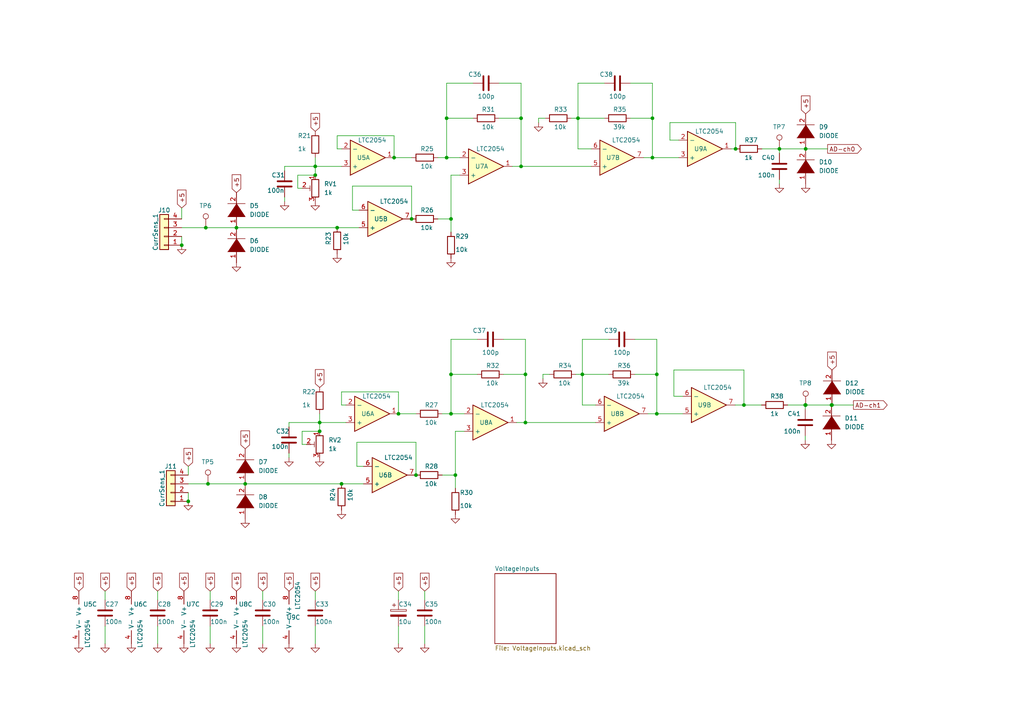
<source format=kicad_sch>
(kicad_sch (version 20211123) (generator eeschema)
  (paper "A4")
  (lib_symbols
    (symbol "Connector:TestPoint" (pin_numbers hide) (pin_names (offset 0.762) hide)
      (property "Reference" "TP" (at 0 6.858 0))
      (property "Value" "TestPoint" (at 0 5.08 0))
      (symbol "TestPoint_0_1"
        (circle (center 0 3.302) (radius 0.762))
      )
      (symbol "TestPoint_1_1"
        (pin passive line (at 0 0 90) (length 2.54) (name "1") (number "1"))
      )
    )
    (symbol "Connector_Generic:Conn_01x04" (pin_names (offset 1.016) hide)
      (property "Reference" "J" (at 0 5.08 0))
      (property "Value" "Conn_01x04" (at 0 -7.62 0))
      (symbol "Conn_01x04_1_1"
        (rectangle (start -1.27 -4.953) (end 0 -5.207) (stroke (width 0.1524)))
        (rectangle (start -1.27 -2.413) (end 0 -2.667) (stroke (width 0.1524)))
        (rectangle (start -1.27 0.127) (end 0 -0.127) (stroke (width 0.1524)))
        (rectangle (start -1.27 2.667) (end 0 2.413) (stroke (width 0.1524)))
        (rectangle (start -1.27 3.81) (end 1.27 -6.35) (stroke (width 0.254)) (fill (type background)))
        (pin passive line (at -5.08 2.54 0) (length 3.81) (name "Pin_1") (number "1"))
        (pin passive line (at -5.08 0 0) (length 3.81) (name "Pin_2") (number "2"))
        (pin passive line (at -5.08 -2.54 0) (length 3.81) (name "Pin_3") (number "3"))
        (pin passive line (at -5.08 -5.08 0) (length 3.81) (name "Pin_4") (number "4"))
      )
    )
    (symbol "Device:C" (pin_numbers hide) (pin_names (offset 0.254))
      (property "Reference" "C" (at 0.635 2.54 0))
      (property "Value" "C" (at 0.635 -2.54 0))
      (symbol "C_0_1"
        (polyline (pts (xy -2.032 -0.762) (xy 2.032 -0.762)) (stroke (width 0.508)))
        (polyline (pts (xy -2.032 0.762) (xy 2.032 0.762)) (stroke (width 0.508)))
      )
      (symbol "C_1_1"
        (pin passive line (at 0 3.81 270) (length 2.794) (name "~") (number "1"))
        (pin passive line (at 0 -3.81 90) (length 2.794) (name "~") (number "2"))
      )
    )
    (symbol "Device:C_Polarized" (pin_numbers hide) (pin_names (offset 0.254))
      (property "Reference" "C" (at 0.635 2.54 0))
      (property "Value" "C_Polarized" (at 0.635 -2.54 0))
      (symbol "C_Polarized_0_1"
        (rectangle (start -2.286 0.508) (end 2.286 1.016))
        (polyline (pts (xy -1.778 2.286) (xy -0.762 2.286)))
        (polyline (pts (xy -1.27 2.794) (xy -1.27 1.778)))
        (rectangle (start 2.286 -0.508) (end -2.286 -1.016) (fill (type outline)))
      )
      (symbol "C_Polarized_1_1"
        (pin passive line (at 0 3.81 270) (length 2.794) (name "~") (number "1"))
        (pin passive line (at 0 -3.81 90) (length 2.794) (name "~") (number "2"))
      )
    )
    (symbol "Device:Opamp_Dual"
      (property "Reference" "U" (at 0 5.08 0))
      (property "Value" "Opamp_Dual" (at 0 -5.08 0))
      (symbol "Opamp_Dual_1_1"
        (polyline (pts (xy -5.08 5.08) (xy 5.08 0) (xy -5.08 -5.08) (xy -5.08 5.08)) (stroke (width 0.254)) (fill (type background)))
        (pin output line (at 7.62 0 180) (length 2.54) (name "~") (number "1"))
        (pin input line (at -7.62 -2.54 0) (length 2.54) (name "-") (number "2"))
        (pin input line (at -7.62 2.54 0) (length 2.54) (name "+") (number "3"))
      )
      (symbol "Opamp_Dual_2_1"
        (polyline (pts (xy -5.08 5.08) (xy 5.08 0) (xy -5.08 -5.08) (xy -5.08 5.08)) (stroke (width 0.254)) (fill (type background)))
        (pin input line (at -7.62 2.54 0) (length 2.54) (name "+") (number "5"))
        (pin input line (at -7.62 -2.54 0) (length 2.54) (name "-") (number "6"))
        (pin output line (at 7.62 0 180) (length 2.54) (name "~") (number "7"))
      )
      (symbol "Opamp_Dual_3_1"
        (pin power_in line (at -2.54 -7.62 90) (length 3.81) (name "V-") (number "4"))
        (pin power_in line (at -2.54 7.62 270) (length 3.81) (name "V+") (number "8"))
      )
    )
    (symbol "Device:R" (pin_numbers hide) (pin_names (offset 0))
      (property "Reference" "R" (at 2.032 0 90))
      (property "Value" "R" (at 0 0 90))
      (symbol "R_0_1"
        (rectangle (start -1.016 -2.54) (end 1.016 2.54) (stroke (width 0.254)))
      )
      (symbol "R_1_1"
        (pin passive line (at 0 3.81 270) (length 1.27) (name "~") (number "1"))
        (pin passive line (at 0 -3.81 90) (length 1.27) (name "~") (number "2"))
      )
    )
    (symbol "Device:R_Potentiometer_Trim" (pin_names (offset 1.016) hide)
      (property "Reference" "RV" (at -4.445 0 90))
      (property "Value" "R_Potentiometer_Trim" (at -2.54 0 90))
      (symbol "R_Potentiometer_Trim_0_1"
        (polyline (pts (xy 1.524 0.762) (xy 1.524 -0.762)))
        (polyline (pts (xy 2.54 0) (xy 1.524 0)))
        (rectangle (start 1.016 2.54) (end -1.016 -2.54) (stroke (width 0.254)))
      )
      (symbol "R_Potentiometer_Trim_1_1"
        (pin passive line (at 0 3.81 270) (length 1.27) (name "1") (number "1"))
        (pin passive line (at 3.81 0 180) (length 1.27) (name "2") (number "2"))
        (pin passive line (at 0 -3.81 90) (length 1.27) (name "3") (number "3"))
      )
    )
    (symbol "power:GND" (power) (pin_names (offset 0))
      (property "Value" "GND" (at 0 -3.81 0))
      (symbol "GND_0_1"
        (polyline (pts (xy 0 0) (xy 0 -1.27) (xy 1.27 -1.27) (xy 0 -2.54) (xy -1.27 -1.27) (xy 0 -1.27)))
      )
      (symbol "GND_1_1"
        (pin power_in line (at 0 0 270) (length 0) hide (name "GND") (number "1"))
      )
    )
    (symbol "pspice:DIODE" (pin_names (offset 1.016) hide)
      (property "Reference" "D" (at 0 3.81 0))
      (property "Value" "DIODE" (at 0 -4.445 0))
      (symbol "DIODE_0_1"
        (polyline (pts (xy 1.905 2.54) (xy 1.905 -2.54)))
        (polyline (pts (xy -1.905 2.54) (xy -1.905 -2.54) (xy 1.905 0)) (fill (type outline)))
      )
      (symbol "DIODE_1_1"
        (pin input line (at -5.08 0 0) (length 3.81) (name "K") (number "1"))
        (pin input line (at 5.08 0 180) (length 3.81) (name "A") (number "2"))
      )
    )
  )
  (junction (at 233.553 117.475))
  (junction (at 54.61 145.415))
  (junction (at 190.5 120.015))
  (junction (at 120.65 137.795))
  (junction (at 92.71 122.555))
  (junction (at 59.69 66.04))
  (junction (at 130.81 108.585))
  (junction (at 119.38 63.5))
  (junction (at 91.44 50.8))
  (junction (at 241.173 117.475))
  (junction (at 52.705 71.12))
  (junction (at 97.79 66.04))
  (junction (at 129.54 45.72))
  (junction (at 241.3 117.475))
  (junction (at 68.58 66.04))
  (junction (at 114.3 45.72))
  (junction (at 167.64 34.29))
  (junction (at 115.57 120.015))
  (junction (at 60.325 140.335))
  (junction (at 130.81 120.015))
  (junction (at 213.36 43.18))
  (junction (at 190.5 108.585))
  (junction (at 168.91 108.585))
  (junction (at 99.06 140.335))
  (junction (at 226.06 43.18))
  (junction (at 92.71 125.095))
  (junction (at 71.12 140.335))
  (junction (at 91.44 48.26))
  (junction (at 215.773 117.475))
  (junction (at 233.68 117.475))
  (junction (at 129.54 34.29))
  (junction (at 189.23 34.29))
  (junction (at 151.13 48.26))
  (junction (at 152.4 108.585))
  (junction (at 132.08 137.795))
  (junction (at 233.68 43.18))
  (junction (at 189.23 45.72))
  (junction (at 151.13 34.29))
  (junction (at 152.4 122.555))
  (junction (at 130.81 63.5))
  (wire (pts (xy 87.63 54.61) (xy 86.36 54.61)))
  (wire (pts (xy 128.27 120.015) (xy 130.81 120.015)))
  (wire (pts (xy 99.06 117.475) (xy 99.06 113.665)))
  (wire (pts (xy 233.553 117.475) (xy 233.553 118.745)))
  (wire (pts (xy 132.08 125.095) (xy 132.08 137.795)))
  (wire (pts (xy 119.38 53.975) (xy 119.38 63.5)))
  (wire (pts (xy 176.53 108.585) (xy 168.91 108.585)))
  (wire (pts (xy 233.68 117.475) (xy 241.173 117.475)))
  (wire (pts (xy 87.63 125.095) (xy 92.71 125.095)))
  (wire (pts (xy 194.31 35.56) (xy 213.36 35.56)))
  (wire (pts (xy 168.91 117.475) (xy 172.72 117.475)))
  (wire (pts (xy 190.5 98.425) (xy 190.5 108.585)))
  (wire (pts (xy 99.06 140.335) (xy 105.41 140.335)))
  (wire (pts (xy 114.3 45.72) (xy 119.38 45.72)))
  (wire (pts (xy 241.173 117.475) (xy 241.3 117.475)))
  (wire (pts (xy 138.43 108.585) (xy 130.81 108.585)))
  (wire (pts (xy 91.44 45.72) (xy 91.44 48.26)))
  (wire (pts (xy 59.69 66.04) (xy 68.58 66.04)))
  (wire (pts (xy 82.55 49.53) (xy 82.55 48.26)))
  (wire (pts (xy 175.26 34.29) (xy 167.64 34.29)))
  (wire (pts (xy 156.21 34.29) (xy 156.21 35.56)))
  (wire (pts (xy 148.59 48.26) (xy 151.13 48.26)))
  (wire (pts (xy 189.23 45.72) (xy 196.85 45.72)))
  (wire (pts (xy 197.993 114.935) (xy 195.453 114.935)))
  (wire (pts (xy 97.79 39.37) (xy 114.3 39.37)))
  (wire (pts (xy 152.4 122.555) (xy 172.72 122.555)))
  (wire (pts (xy 132.08 137.795) (xy 132.08 141.605)))
  (wire (pts (xy 151.13 34.29) (xy 151.13 48.26)))
  (wire (pts (xy 102.235 60.96) (xy 102.235 53.975)))
  (wire (pts (xy 190.5 108.585) (xy 190.5 120.015)))
  (wire (pts (xy 97.79 43.18) (xy 97.79 39.37)))
  (wire (pts (xy 195.453 114.935) (xy 195.453 107.315)))
  (wire (pts (xy 151.13 24.13) (xy 151.13 34.29)))
  (wire (pts (xy 100.33 122.555) (xy 92.71 122.555)))
  (wire (pts (xy 114.3 39.37) (xy 114.3 45.72)))
  (wire (pts (xy 213.36 43.18) (xy 212.09 43.18)))
  (wire (pts (xy 167.64 34.29) (xy 167.64 43.18)))
  (wire (pts (xy 83.82 123.825) (xy 83.82 122.555)))
  (wire (pts (xy 158.115 34.29) (xy 156.21 34.29)))
  (wire (pts (xy 133.35 50.8) (xy 130.81 50.8)))
  (wire (pts (xy 189.23 24.13) (xy 189.23 34.29)))
  (wire (pts (xy 83.82 131.445) (xy 83.82 132.715)))
  (wire (pts (xy 54.61 140.335) (xy 60.325 140.335)))
  (wire (pts (xy 130.81 63.5) (xy 130.81 67.31)))
  (wire (pts (xy 233.553 117.475) (xy 233.68 117.475)))
  (wire (pts (xy 68.58 66.04) (xy 97.79 66.04)))
  (wire (pts (xy 120.65 128.27) (xy 120.65 137.795)))
  (wire (pts (xy 184.15 108.585) (xy 190.5 108.585)))
  (wire (pts (xy 45.72 181.61) (xy 45.72 186.69)))
  (wire (pts (xy 130.81 108.585) (xy 130.81 120.015)))
  (wire (pts (xy 215.773 117.475) (xy 220.853 117.475)))
  (wire (pts (xy 103.505 135.255) (xy 103.505 128.27)))
  (wire (pts (xy 151.13 48.26) (xy 171.45 48.26)))
  (wire (pts (xy 241.3 117.475) (xy 247.523 117.475)))
  (wire (pts (xy 91.44 171.45) (xy 91.44 173.99)))
  (wire (pts (xy 130.81 50.8) (xy 130.81 63.5)))
  (wire (pts (xy 99.06 113.665) (xy 115.57 113.665)))
  (wire (pts (xy 167.005 108.585) (xy 168.91 108.585)))
  (wire (pts (xy 128.27 137.795) (xy 132.08 137.795)))
  (wire (pts (xy 83.82 122.555) (xy 92.71 122.555)))
  (wire (pts (xy 71.12 140.335) (xy 99.06 140.335)))
  (wire (pts (xy 99.06 43.18) (xy 97.79 43.18)))
  (wire (pts (xy 165.735 34.29) (xy 167.64 34.29)))
  (wire (pts (xy 129.54 24.13) (xy 129.54 34.29)))
  (wire (pts (xy 144.78 24.13) (xy 151.13 24.13)))
  (wire (pts (xy 115.57 181.61) (xy 115.57 186.69)))
  (wire (pts (xy 190.5 120.015) (xy 197.993 120.015)))
  (wire (pts (xy 91.44 181.61) (xy 91.44 186.69)))
  (wire (pts (xy 182.88 24.13) (xy 189.23 24.13)))
  (wire (pts (xy 87.63 128.905) (xy 87.63 125.095)))
  (wire (pts (xy 189.23 45.72) (xy 186.69 45.72)))
  (wire (pts (xy 130.81 120.015) (xy 134.62 120.015)))
  (wire (pts (xy 213.36 35.56) (xy 213.36 43.18)))
  (wire (pts (xy 76.2 181.61) (xy 76.2 186.69)))
  (wire (pts (xy 175.26 24.13) (xy 167.64 24.13)))
  (wire (pts (xy 82.55 57.15) (xy 82.55 58.42)))
  (wire (pts (xy 127 45.72) (xy 129.54 45.72)))
  (wire (pts (xy 92.71 120.015) (xy 92.71 122.555)))
  (wire (pts (xy 215.773 107.315) (xy 215.773 117.475)))
  (wire (pts (xy 123.19 181.61) (xy 123.19 186.69)))
  (wire (pts (xy 105.41 135.255) (xy 103.505 135.255)))
  (wire (pts (xy 233.553 126.365) (xy 233.553 127.635)))
  (wire (pts (xy 152.4 108.585) (xy 152.4 122.555)))
  (wire (pts (xy 182.88 34.29) (xy 189.23 34.29)))
  (wire (pts (xy 52.705 68.58) (xy 52.705 71.12)))
  (wire (pts (xy 30.48 171.45) (xy 30.48 173.99)))
  (wire (pts (xy 123.19 171.45) (xy 123.19 173.99)))
  (wire (pts (xy 129.54 45.72) (xy 133.35 45.72)))
  (wire (pts (xy 60.96 171.45) (xy 60.96 173.99)))
  (wire (pts (xy 115.57 113.665) (xy 115.57 120.015)))
  (wire (pts (xy 127 63.5) (xy 130.81 63.5)))
  (wire (pts (xy 115.57 171.45) (xy 115.57 173.99)))
  (wire (pts (xy 176.53 98.425) (xy 168.91 98.425)))
  (wire (pts (xy 196.85 40.64) (xy 194.31 40.64)))
  (wire (pts (xy 228.473 117.475) (xy 233.553 117.475)))
  (wire (pts (xy 60.325 140.335) (xy 71.12 140.335)))
  (wire (pts (xy 215.773 117.475) (xy 213.233 117.475)))
  (wire (pts (xy 168.91 98.425) (xy 168.91 108.585)))
  (wire (pts (xy 226.06 43.18) (xy 233.68 43.18)))
  (wire (pts (xy 137.16 24.13) (xy 129.54 24.13)))
  (wire (pts (xy 100.33 117.475) (xy 99.06 117.475)))
  (wire (pts (xy 146.05 108.585) (xy 152.4 108.585)))
  (wire (pts (xy 146.05 98.425) (xy 152.4 98.425)))
  (wire (pts (xy 226.06 52.07) (xy 226.06 53.34)))
  (wire (pts (xy 99.06 48.26) (xy 91.44 48.26)))
  (wire (pts (xy 167.64 24.13) (xy 167.64 34.29)))
  (wire (pts (xy 60.96 181.61) (xy 60.96 186.69)))
  (wire (pts (xy 167.64 43.18) (xy 171.45 43.18)))
  (wire (pts (xy 157.48 108.585) (xy 157.48 109.855)))
  (wire (pts (xy 138.43 98.425) (xy 130.81 98.425)))
  (wire (pts (xy 233.68 43.18) (xy 240.03 43.18)))
  (wire (pts (xy 102.235 53.975) (xy 119.38 53.975)))
  (wire (pts (xy 187.96 120.015) (xy 190.5 120.015)))
  (wire (pts (xy 129.54 34.29) (xy 129.54 45.72)))
  (wire (pts (xy 137.16 34.29) (xy 129.54 34.29)))
  (wire (pts (xy 52.705 66.04) (xy 59.69 66.04)))
  (wire (pts (xy 54.61 142.875) (xy 54.61 145.415)))
  (wire (pts (xy 97.79 66.04) (xy 104.14 66.04)))
  (wire (pts (xy 220.98 43.18) (xy 226.06 43.18)))
  (wire (pts (xy 88.9 128.905) (xy 87.63 128.905)))
  (wire (pts (xy 149.86 122.555) (xy 152.4 122.555)))
  (wire (pts (xy 76.2 171.45) (xy 76.2 173.99)))
  (wire (pts (xy 195.453 107.315) (xy 215.773 107.315)))
  (wire (pts (xy 144.78 34.29) (xy 151.13 34.29)))
  (wire (pts (xy 184.15 98.425) (xy 190.5 98.425)))
  (wire (pts (xy 54.61 135.255) (xy 54.61 137.795)))
  (wire (pts (xy 92.71 122.555) (xy 92.71 125.095)))
  (wire (pts (xy 104.14 60.96) (xy 102.235 60.96)))
  (wire (pts (xy 130.81 98.425) (xy 130.81 108.585)))
  (wire (pts (xy 134.62 125.095) (xy 132.08 125.095)))
  (wire (pts (xy 30.48 181.61) (xy 30.48 186.69)))
  (wire (pts (xy 45.72 171.45) (xy 45.72 173.99)))
  (wire (pts (xy 189.23 34.29) (xy 189.23 45.72)))
  (wire (pts (xy 226.06 43.18) (xy 226.06 44.45)))
  (wire (pts (xy 91.44 48.26) (xy 91.44 50.8)))
  (wire (pts (xy 86.36 50.8) (xy 91.44 50.8)))
  (wire (pts (xy 152.4 98.425) (xy 152.4 108.585)))
  (wire (pts (xy 168.91 108.585) (xy 168.91 117.475)))
  (wire (pts (xy 52.705 60.325) (xy 52.705 63.5)))
  (wire (pts (xy 194.31 40.64) (xy 194.31 35.56)))
  (wire (pts (xy 82.55 48.26) (xy 91.44 48.26)))
  (wire (pts (xy 115.57 120.015) (xy 120.65 120.015)))
  (wire (pts (xy 159.385 108.585) (xy 157.48 108.585)))
  (wire (pts (xy 86.36 54.61) (xy 86.36 50.8)))
  (wire (pts (xy 103.505 128.27) (xy 120.65 128.27)))
  (global_label "+5" (shape input) (at 115.57 171.45 90) (property "Intersheet References" "${INTERSHEET_REFS}" (effects hide)))
  (global_label "+5" (shape input) (at 91.44 171.45 90) (property "Intersheet References" "${INTERSHEET_REFS}" (effects hide)))
  (global_label "+5" (shape input) (at 123.19 171.45 90) (property "Intersheet References" "${INTERSHEET_REFS}" (effects hide)))
  (global_label "+5" (shape input) (at 68.58 55.88 90) (property "Intersheet References" "${INTERSHEET_REFS}" (effects hide)))
  (global_label "+5" (shape input) (at 71.12 130.175 90) (property "Intersheet References" "${INTERSHEET_REFS}" (effects hide)))
  (global_label "AD-ch1" (shape output) (at 247.523 117.475 0) (property "Intersheet References" "${INTERSHEET_REFS}" (effects hide)))
  (global_label "+5" (shape input) (at 76.2 171.45 90) (property "Intersheet References" "${INTERSHEET_REFS}" (effects hide)))
  (global_label "+5" (shape input) (at 38.1 171.45 90) (property "Intersheet References" "${INTERSHEET_REFS}" (effects hide)))
  (global_label "+5" (shape input) (at 68.58 171.45 90) (property "Intersheet References" "${INTERSHEET_REFS}" (effects hide)))
  (global_label "+5" (shape input) (at 22.86 171.45 90) (property "Intersheet References" "${INTERSHEET_REFS}" (effects hide)))
  (global_label "+5" (shape input) (at 60.96 171.45 90) (property "Intersheet References" "${INTERSHEET_REFS}" (effects hide)))
  (global_label "+5" (shape input) (at 91.44 38.1 90) (property "Intersheet References" "${INTERSHEET_REFS}" (effects hide)))
  (global_label "+5" (shape input) (at 52.705 60.325 90) (property "Intersheet References" "${INTERSHEET_REFS}" (effects hide)))
  (global_label "+5" (shape input) (at 241.3 107.315 90) (property "Intersheet References" "${INTERSHEET_REFS}" (effects hide)))
  (global_label "+5" (shape input) (at 83.82 171.45 90) (property "Intersheet References" "${INTERSHEET_REFS}" (effects hide)))
  (global_label "+5" (shape input) (at 233.68 33.02 90) (property "Intersheet References" "${INTERSHEET_REFS}" (effects hide)))
  (global_label "+5" (shape input) (at 54.61 135.255 90) (property "Intersheet References" "${INTERSHEET_REFS}" (effects hide)))
  (global_label "+5" (shape input) (at 92.71 112.395 90) (property "Intersheet References" "${INTERSHEET_REFS}" (effects hide)))
  (global_label "+5" (shape input) (at 45.72 171.45 90) (property "Intersheet References" "${INTERSHEET_REFS}" (effects hide)))
  (global_label "AD-ch0" (shape output) (at 240.03 43.18 0) (property "Intersheet References" "${INTERSHEET_REFS}" (effects hide)))
  (global_label "+5" (shape input) (at 53.34 171.45 90) (property "Intersheet References" "${INTERSHEET_REFS}" (effects hide)))
  (global_label "+5" (shape input) (at 30.48 171.45 90) (property "Intersheet References" "${INTERSHEET_REFS}" (effects hide)))
  (symbol (lib_id "Connector_Generic:Conn_01x04") (at 47.625 68.58 180) (unit 1)
    (property "Reference" "J10" (at 47.625 60.96 0))
    (property "Value" "CurrSens_1" (at 45.085 67.31 90))
    (property "Footprint" "Connector_PinHeader_2.54mm:PinHeader_1x04_P2.54mm_Vertical" (effects hide))
  )
  (symbol (lib_id "Device:R") (at 161.925 34.29 270) (unit 1)
    (property "Reference" "R33" (at 160.655 31.75 90) (effects (justify left)))
    (property "Value" "10k" (at 160.655 36.83 90) (effects (justify left)))
    (property "Footprint" "Resistor_SMD:R_0402_1005Metric" (effects hide))
  )
  (symbol (lib_id "power:GND") (at 52.705 71.12 0) (unit 1)
    (property "Reference" "#PWR099" (effects hide))
    (property "Value" "GND" (effects hide))
  )
  (symbol (lib_id "Device:R") (at 97.79 69.85 0) (unit 1)
    (property "Reference" "R23" (at 95.25 71.12 90) (effects (justify left)))
    (property "Value" "10k" (at 100.33 71.12 90) (effects (justify left)))
    (property "Footprint" "Resistor_SMD:R_0402_1005Metric" (effects hide))
  )
  (symbol (lib_id "power:GND") (at 241.173 127.635 0) (unit 1)
    (property "Reference" "#PWR0124" (effects hide))
    (property "Value" "GND" (effects hide))
  )
  (symbol (lib_id "Device:C") (at 179.07 24.13 90) (unit 1)
    (property "Reference" "C38" (at 177.8 21.59 90) (effects (justify left)))
    (property "Value" "100p" (at 181.61 27.94 90) (effects (justify left)))
    (property "Footprint" "Capacitor_SMD:C_0402_1005Metric" (effects hide))
  )
  (symbol (lib_id "Device:Opamp_Dual") (at 55.88 179.07 0) (unit 3)
    (property "Reference" "U7" (at 53.975 175.26 0) (effects (justify left)))
    (property "Value" "LTC2054" (at 55.88 187.96 90) (effects (justify left)))
    (property "Footprint" "Package_SO:MSOP-8_3x3mm_P0.65mm" (effects hide))
  )
  (symbol (lib_id "pspice:DIODE") (at 233.68 48.26 90) (unit 1)
    (property "Reference" "D10" (at 237.49 46.9899 90) (effects (justify right)))
    (property "Value" "DIODE" (at 237.49 49.5299 90) (effects (justify right)))
    (property "Footprint" "Diode_SMD:D_0402_1005Metric" (effects hide))
  )
  (symbol (lib_id "power:GND") (at 123.19 186.69 0) (unit 1)
    (property "Reference" "#PWR0116" (effects hide))
    (property "Value" "GND" (effects hide))
  )
  (symbol (lib_id "Device:R") (at 124.46 137.795 270) (unit 1)
    (property "Reference" "R28" (at 123.19 135.255 90) (effects (justify left)))
    (property "Value" "10k" (at 123.19 140.335 90) (effects (justify left)))
    (property "Footprint" "Resistor_SMD:R_0402_1005Metric" (effects hide))
  )
  (symbol (lib_id "power:GND") (at 83.82 132.715 0) (unit 1)
    (property "Reference" "#PWR0108" (effects hide))
    (property "Value" "GND" (effects hide))
  )
  (symbol (lib_id "Device:C") (at 60.96 177.8 0) (unit 1)
    (property "Reference" "C29" (at 60.96 175.26 0) (effects (justify left)))
    (property "Value" "100n" (at 60.96 180.34 0) (effects (justify left)))
    (property "Footprint" "Capacitor_SMD:C_0402_1005Metric" (effects hide))
  )
  (symbol (lib_id "power:GND") (at 38.1 186.69 0) (unit 1)
    (property "Reference" "#PWR097" (effects hide))
    (property "Value" "GND" (effects hide))
  )
  (symbol (lib_id "Device:C") (at 233.553 122.555 180) (unit 1)
    (property "Reference" "C41" (at 232.283 120.015 0) (effects (justify left)))
    (property "Value" "100n" (at 232.283 125.095 0) (effects (justify left)))
    (property "Footprint" "Capacitor_SMD:C_0402_1005Metric" (effects hide))
  )
  (symbol (lib_id "Device:Opamp_Dual") (at 86.36 179.07 0) (unit 3)
    (property "Reference" "U9" (at 85.09 179.07 0))
    (property "Value" "LTC2054" (at 86.36 172.72 90))
    (property "Footprint" "Package_SO:MSOP-8_3x3mm_P0.65mm" (effects hide))
  )
  (symbol (lib_id "Device:Opamp_Dual") (at 142.24 122.555 0) (mirror x) (unit 1)
    (property "Reference" "U8" (at 140.97 122.555 0))
    (property "Value" "LTC2054" (at 143.51 117.475 0))
    (property "Footprint" "Package_SO:MSOP-8_3x3mm_P0.65mm" (effects hide))
  )
  (symbol (lib_id "power:GND") (at 156.21 35.56 0) (unit 1)
    (property "Reference" "#PWR0119" (effects hide))
    (property "Value" "GND" (effects hide))
  )
  (symbol (lib_id "power:GND") (at 68.58 76.2 0) (unit 1)
    (property "Reference" "#PWR0103" (effects hide))
    (property "Value" "GND" (effects hide))
  )
  (symbol (lib_id "Device:R") (at 99.06 144.145 0) (unit 1)
    (property "Reference" "R24" (at 96.52 145.415 90) (effects (justify left)))
    (property "Value" "10k" (at 101.6 145.415 90) (effects (justify left)))
    (property "Footprint" "Resistor_SMD:R_0402_1005Metric" (effects hide))
  )
  (symbol (lib_id "Device:Opamp_Dual") (at 179.07 45.72 0) (mirror x) (unit 2)
    (property "Reference" "U7" (at 177.8 45.72 0))
    (property "Value" "LTC2054" (at 181.61 40.64 0))
    (property "Footprint" "Package_SO:MSOP-8_3x3mm_P0.65mm" (effects hide))
  )
  (symbol (lib_id "power:GND") (at 130.81 74.93 0) (unit 1)
    (property "Reference" "#PWR0117" (effects hide))
    (property "Value" "GND" (effects hide))
  )
  (symbol (lib_id "Device:C") (at 82.55 53.34 0) (unit 1)
    (property "Reference" "C31" (at 78.74 50.8 0) (effects (justify left)))
    (property "Value" "100n" (at 77.47 55.245 0) (effects (justify left)))
    (property "Footprint" "Capacitor_SMD:C_0402_1005Metric" (effects hide))
  )
  (symbol (lib_id "Device:C") (at 83.82 127.635 0) (unit 1)
    (property "Reference" "C32" (at 80.01 125.095 0) (effects (justify left)))
    (property "Value" "100n" (at 78.74 129.54 0) (effects (justify left)))
    (property "Footprint" "Capacitor_SMD:C_0402_1005Metric" (effects hide))
  )
  (symbol (lib_id "power:GND") (at 233.553 127.635 0) (unit 1)
    (property "Reference" "#PWR0122" (effects hide))
    (property "Value" "GND" (effects hide))
  )
  (symbol (lib_id "pspice:DIODE") (at 68.58 60.96 90) (unit 1)
    (property "Reference" "D5" (at 72.39 59.6899 90) (effects (justify right)))
    (property "Value" "DIODE" (at 72.39 62.2299 90) (effects (justify right)))
    (property "Footprint" "Diode_SMD:D_0402_1005Metric" (effects hide))
  )
  (symbol (lib_id "power:GND") (at 97.79 73.66 0) (unit 1)
    (property "Reference" "#PWR0113" (effects hide))
    (property "Value" "GND" (effects hide))
  )
  (symbol (lib_id "Device:R") (at 180.34 108.585 270) (unit 1)
    (property "Reference" "R36" (at 179.07 106.045 90) (effects (justify left)))
    (property "Value" "39k" (at 179.07 111.125 90) (effects (justify left)))
    (property "Footprint" "Resistor_SMD:R_0402_1005Metric" (effects hide))
  )
  (symbol (lib_id "Device:R") (at 124.46 120.015 270) (unit 1)
    (property "Reference" "R27" (at 123.19 117.475 90) (effects (justify left)))
    (property "Value" "10k" (at 123.19 122.555 90) (effects (justify left)))
    (property "Footprint" "Resistor_SMD:R_0402_1005Metric" (effects hide))
  )
  (symbol (lib_id "Device:C") (at 45.72 177.8 0) (unit 1)
    (property "Reference" "C28" (at 45.72 175.26 0) (effects (justify left)))
    (property "Value" "100n" (at 45.72 180.34 0) (effects (justify left)))
    (property "Footprint" "Capacitor_SMD:C_0402_1005Metric" (effects hide))
  )
  (symbol (lib_id "Device:R") (at 132.08 145.415 0) (unit 1)
    (property "Reference" "R30" (at 133.35 142.875 0) (effects (justify left)))
    (property "Value" "10k" (at 133.35 146.685 0) (effects (justify left)))
    (property "Footprint" "Resistor_SMD:R_0402_1005Metric" (effects hide))
  )
  (symbol (lib_id "power:GND") (at 30.48 186.69 0) (unit 1)
    (property "Reference" "#PWR096" (effects hide))
    (property "Value" "GND" (effects hide))
  )
  (symbol (lib_id "Device:R") (at 217.17 43.18 270) (unit 1)
    (property "Reference" "R37" (at 215.9 40.64 90) (effects (justify left)))
    (property "Value" "1k" (at 215.9 45.72 90) (effects (justify left)))
    (property "Footprint" "Resistor_SMD:R_0402_1005Metric" (effects hide))
  )
  (symbol (lib_id "Device:C") (at 30.48 177.8 0) (unit 1)
    (property "Reference" "C27" (at 30.48 175.26 0) (effects (justify left)))
    (property "Value" "100n" (at 30.48 180.34 0) (effects (justify left)))
    (property "Footprint" "Capacitor_SMD:C_0402_1005Metric" (effects hide))
  )
  (symbol (lib_id "pspice:DIODE") (at 71.12 145.415 90) (unit 1)
    (property "Reference" "D8" (at 74.93 144.1449 90) (effects (justify right)))
    (property "Value" "DIODE" (at 74.93 146.6849 90) (effects (justify right)))
    (property "Footprint" "Diode_SMD:D_0402_1005Metric" (effects hide))
  )
  (symbol (lib_id "power:GND") (at 157.48 109.855 0) (unit 1)
    (property "Reference" "#PWR0120" (effects hide))
    (property "Value" "GND" (effects hide))
  )
  (symbol (lib_id "power:GND") (at 83.82 186.69 0) (unit 1)
    (property "Reference" "#PWR0109" (effects hide))
    (property "Value" "GND" (effects hide))
  )
  (symbol (lib_id "power:GND") (at 71.12 150.495 0) (unit 1)
    (property "Reference" "#PWR0105" (effects hide))
    (property "Value" "GND" (effects hide))
  )
  (symbol (lib_id "power:GND") (at 233.68 53.34 0) (unit 1)
    (property "Reference" "#PWR0123" (effects hide))
    (property "Value" "GND" (effects hide))
  )
  (symbol (lib_id "Device:Opamp_Dual") (at 107.95 120.015 0) (mirror x) (unit 1)
    (property "Reference" "U6" (at 106.68 120.015 0))
    (property "Value" "LTC2054" (at 109.22 114.935 0))
    (property "Footprint" "Package_SO:MSOP-8_3x3mm_P0.65mm" (effects hide))
  )
  (symbol (lib_id "Device:C") (at 123.19 177.8 0) (unit 1)
    (property "Reference" "C35" (at 123.19 175.26 0) (effects (justify left)))
    (property "Value" "100n" (at 123.19 180.34 0) (effects (justify left)))
    (property "Footprint" "Capacitor_SMD:C_0402_1005Metric" (effects hide))
  )
  (symbol (lib_id "Device:Opamp_Dual") (at 204.47 43.18 0) (mirror x) (unit 1)
    (property "Reference" "U9" (at 203.2 43.18 0))
    (property "Value" "LTC2054" (at 205.74 38.1 0))
    (property "Footprint" "Package_SO:MSOP-8_3x3mm_P0.65mm" (effects hide))
  )
  (symbol (lib_id "pspice:DIODE") (at 68.58 71.12 90) (unit 1)
    (property "Reference" "D6" (at 72.39 69.8499 90) (effects (justify right)))
    (property "Value" "DIODE" (at 72.39 72.3899 90) (effects (justify right)))
    (property "Footprint" "Diode_SMD:D_0402_1005Metric" (effects hide))
  )
  (symbol (lib_id "Device:Opamp_Dual") (at 25.4 179.07 0) (unit 3)
    (property "Reference" "U5" (at 24.13 175.26 0) (effects (justify left)))
    (property "Value" "LTC2054" (at 25.4 187.96 90) (effects (justify left)))
    (property "Footprint" "Package_SO:MSOP-8_3x3mm_P0.65mm" (effects hide))
  )
  (symbol (lib_id "power:GND") (at 82.55 58.42 0) (unit 1)
    (property "Reference" "#PWR0107" (effects hide))
    (property "Value" "GND" (effects hide))
  )
  (symbol (lib_id "pspice:DIODE") (at 241.3 112.395 90) (unit 1)
    (property "Reference" "D12" (at 245.11 111.1249 90) (effects (justify right)))
    (property "Value" "DIODE" (at 245.11 113.6649 90) (effects (justify right)))
    (property "Footprint" "Diode_SMD:D_0402_1005Metric" (effects hide))
  )
  (symbol (lib_id "Device:C") (at 142.24 98.425 90) (unit 1)
    (property "Reference" "C37" (at 140.97 95.885 90) (effects (justify left)))
    (property "Value" "100p" (at 144.78 102.235 90) (effects (justify left)))
    (property "Footprint" "Capacitor_SMD:C_0402_1005Metric" (effects hide))
  )
  (symbol (lib_id "Device:R_Potentiometer_Trim") (at 91.44 54.61 0) (mirror y) (unit 1)
    (property "Reference" "RV1" (at 93.98 53.3399 0) (effects (justify right)))
    (property "Value" "1k" (at 93.98 55.8799 0) (effects (justify right)))
    (property "Footprint" "Potentiometer_SMD:Potentiometer_Bourns_3314J_Vertical" (effects hide))
  )
  (symbol (lib_id "Connector:TestPoint") (at 59.69 66.04 0) (unit 1)
    (property "Reference" "TP6" (at 57.785 59.69 0) (effects (justify left)))
    (property "Value" "TestPoint" (effects hide))
    (property "Footprint" "TestPoint:TestPoint_Pad_D1.0mm" (effects hide))
  )
  (symbol (lib_id "Device:C") (at 91.44 177.8 0) (unit 1)
    (property "Reference" "C33" (at 91.44 175.26 0) (effects (justify left)))
    (property "Value" "100n" (at 91.44 180.34 0) (effects (justify left)))
    (property "Footprint" "Capacitor_SMD:C_0402_1005Metric" (effects hide))
  )
  (symbol (lib_id "Device:R") (at 163.195 108.585 270) (unit 1)
    (property "Reference" "R34" (at 161.925 106.045 90) (effects (justify left)))
    (property "Value" "10k" (at 161.925 111.125 90) (effects (justify left)))
    (property "Footprint" "Resistor_SMD:R_0402_1005Metric" (effects hide))
  )
  (symbol (lib_id "Device:R") (at 224.663 117.475 270) (unit 1)
    (property "Reference" "R38" (at 223.393 114.935 90) (effects (justify left)))
    (property "Value" "1k" (at 223.393 120.015 90) (effects (justify left)))
    (property "Footprint" "Resistor_SMD:R_0402_1005Metric" (effects hide))
  )
  (symbol (lib_id "Connector:TestPoint") (at 60.325 140.335 0) (unit 1)
    (property "Reference" "TP5" (at 58.42 133.985 0) (effects (justify left)))
    (property "Value" "TestPoint" (effects hide))
    (property "Footprint" "TestPoint:TestPoint_Pad_D1.0mm" (effects hide))
  )
  (symbol (lib_id "power:GND") (at 68.58 186.69 0) (unit 1)
    (property "Reference" "#PWR0104" (effects hide))
    (property "Value" "GND" (effects hide))
  )
  (symbol (lib_id "Device:C") (at 140.97 24.13 90) (unit 1)
    (property "Reference" "C36" (at 139.7 21.59 90) (effects (justify left)))
    (property "Value" "100p" (at 143.51 27.94 90) (effects (justify left)))
    (property "Footprint" "Capacitor_SMD:C_0402_1005Metric" (effects hide))
  )
  (symbol (lib_id "power:GND") (at 91.44 186.69 0) (unit 1)
    (property "Reference" "#PWR0112" (effects hide))
    (property "Value" "GND" (effects hide))
  )
  (symbol (lib_id "Device:R") (at 142.24 108.585 270) (unit 1)
    (property "Reference" "R32" (at 140.97 106.045 90) (effects (justify left)))
    (property "Value" "10k" (at 140.97 111.125 90) (effects (justify left)))
    (property "Footprint" "Resistor_SMD:R_0402_1005Metric" (effects hide))
  )
  (symbol (lib_id "Device:Opamp_Dual") (at 180.34 120.015 0) (mirror x) (unit 2)
    (property "Reference" "U8" (at 179.07 120.015 0))
    (property "Value" "LTC2054" (at 182.88 114.935 0))
    (property "Footprint" "Package_SO:MSOP-8_3x3mm_P0.65mm" (effects hide))
  )
  (symbol (lib_id "power:GND") (at 22.86 186.69 0) (unit 1)
    (property "Reference" "#PWR095" (effects hide))
    (property "Value" "GND" (effects hide))
  )
  (symbol (lib_id "Device:C") (at 180.34 98.425 90) (unit 1)
    (property "Reference" "C39" (at 179.07 95.885 90) (effects (justify left)))
    (property "Value" "100p" (at 182.88 102.235 90) (effects (justify left)))
    (property "Footprint" "Capacitor_SMD:C_0402_1005Metric" (effects hide))
  )
  (symbol (lib_id "Device:R") (at 123.19 63.5 270) (unit 1)
    (property "Reference" "R26" (at 121.92 60.96 90) (effects (justify left)))
    (property "Value" "10k" (at 121.92 66.04 90) (effects (justify left)))
    (property "Footprint" "Resistor_SMD:R_0402_1005Metric" (effects hide))
  )
  (symbol (lib_id "power:GND") (at 92.71 132.715 0) (unit 1)
    (property "Reference" "#PWR0111" (effects hide))
    (property "Value" "GND" (effects hide))
  )
  (symbol (lib_id "Device:Opamp_Dual") (at 140.97 48.26 0) (mirror x) (unit 1)
    (property "Reference" "U7" (at 139.7 48.26 0))
    (property "Value" "LTC2054" (at 142.24 43.18 0))
    (property "Footprint" "Package_SO:MSOP-8_3x3mm_P0.65mm" (effects hide))
  )
  (symbol (lib_id "power:GND") (at 91.44 58.42 0) (unit 1)
    (property "Reference" "#PWR0110" (effects hide))
    (property "Value" "GND" (effects hide))
  )
  (symbol (lib_id "power:GND") (at 54.61 145.415 0) (unit 1)
    (property "Reference" "#PWR0100" (effects hide))
    (property "Value" "GND" (effects hide))
  )
  (symbol (lib_id "Device:R") (at 92.71 116.205 0) (unit 1)
    (property "Reference" "R22" (at 87.63 113.665 0) (effects (justify left)))
    (property "Value" "1k" (at 87.63 117.475 0) (effects (justify left)))
    (property "Footprint" "Resistor_SMD:R_0402_1005Metric" (effects hide))
  )
  (symbol (lib_id "power:GND") (at 45.72 186.69 0) (unit 1)
    (property "Reference" "#PWR098" (effects hide))
    (property "Value" "GND" (effects hide))
  )
  (symbol (lib_id "Connector:TestPoint") (at 226.06 43.18 0) (unit 1)
    (property "Reference" "TP7" (at 224.155 36.83 0) (effects (justify left)))
    (property "Value" "TestPoint" (effects hide))
    (property "Footprint" "TestPoint:TestPoint_Pad_D1.0mm" (effects hide))
  )
  (symbol (lib_id "Device:R") (at 130.81 71.12 0) (unit 1)
    (property "Reference" "R29" (at 132.08 68.58 0) (effects (justify left)))
    (property "Value" "10k" (at 132.08 72.39 0) (effects (justify left)))
    (property "Footprint" "Resistor_SMD:R_0402_1005Metric" (effects hide))
  )
  (symbol (lib_id "Device:C") (at 76.2 177.8 0) (unit 1)
    (property "Reference" "C30" (at 76.2 175.26 0) (effects (justify left)))
    (property "Value" "100n" (at 76.2 180.34 0) (effects (justify left)))
    (property "Footprint" "Capacitor_SMD:C_0402_1005Metric" (effects hide))
  )
  (symbol (lib_id "power:GND") (at 132.08 149.225 0) (unit 1)
    (property "Reference" "#PWR0118" (effects hide))
    (property "Value" "GND" (effects hide))
  )
  (symbol (lib_id "Device:Opamp_Dual") (at 205.613 117.475 0) (mirror x) (unit 2)
    (property "Reference" "U9" (at 204.343 117.475 0))
    (property "Value" "LTC2054" (at 208.153 112.395 0))
    (property "Footprint" "Package_SO:MSOP-8_3x3mm_P0.65mm" (effects hide))
  )
  (symbol (lib_id "power:GND") (at 99.06 147.955 0) (unit 1)
    (property "Reference" "#PWR0114" (effects hide))
    (property "Value" "GND" (effects hide))
  )
  (symbol (lib_id "pspice:DIODE") (at 71.12 135.255 90) (unit 1)
    (property "Reference" "D7" (at 74.93 133.9849 90) (effects (justify right)))
    (property "Value" "DIODE" (at 74.93 136.5249 90) (effects (justify right)))
    (property "Footprint" "Diode_SMD:D_0402_1005Metric" (effects hide))
  )
  (symbol (lib_id "Device:C") (at 226.06 48.26 180) (unit 1)
    (property "Reference" "C40" (at 224.79 45.72 0) (effects (justify left)))
    (property "Value" "100n" (at 224.79 50.8 0) (effects (justify left)))
    (property "Footprint" "Capacitor_SMD:C_0402_1005Metric" (effects hide))
  )
  (symbol (lib_id "Connector:TestPoint") (at 233.68 117.475 0) (unit 1)
    (property "Reference" "TP8" (at 231.775 111.125 0) (effects (justify left)))
    (property "Value" "TestPoint" (effects hide))
    (property "Footprint" "TestPoint:TestPoint_Pad_D1.0mm" (effects hide))
  )
  (symbol (lib_id "power:GND") (at 226.06 53.34 0) (unit 1)
    (property "Reference" "#PWR0121" (effects hide))
    (property "Value" "GND" (effects hide))
  )
  (symbol (lib_id "Connector_Generic:Conn_01x04") (at 49.53 142.875 180) (unit 1)
    (property "Reference" "J11" (at 49.53 135.255 0))
    (property "Value" "CurrSens_1" (at 46.99 141.605 90))
    (property "Footprint" "Connector_PinHeader_2.54mm:PinHeader_1x04_P2.54mm_Vertical" (effects hide))
  )
  (symbol (lib_id "Device:Opamp_Dual") (at 111.76 63.5 0) (mirror x) (unit 2)
    (property "Reference" "U5" (at 110.49 63.5 0))
    (property "Value" "LTC2054" (at 114.3 58.42 0))
    (property "Footprint" "Package_SO:MSOP-8_3x3mm_P0.65mm" (effects hide))
  )
  (symbol (lib_id "power:GND") (at 60.96 186.69 0) (unit 1)
    (property "Reference" "#PWR0102" (effects hide))
    (property "Value" "GND" (effects hide))
  )
  (symbol (lib_id "pspice:DIODE") (at 233.68 38.1 90) (unit 1)
    (property "Reference" "D9" (at 237.49 36.8299 90) (effects (justify right)))
    (property "Value" "DIODE" (at 237.49 39.3699 90) (effects (justify right)))
    (property "Footprint" "Diode_SMD:D_0402_1005Metric" (effects hide))
  )
  (symbol (lib_id "Device:R") (at 91.44 41.91 0) (unit 1)
    (property "Reference" "R21" (at 86.36 39.37 0) (effects (justify left)))
    (property "Value" "1k" (at 86.36 43.18 0) (effects (justify left)))
    (property "Footprint" "Resistor_SMD:R_0402_1005Metric" (effects hide))
  )
  (symbol (lib_id "Device:R") (at 140.97 34.29 270) (unit 1)
    (property "Reference" "R31" (at 139.7 31.75 90) (effects (justify left)))
    (property "Value" "10k" (at 139.7 36.83 90) (effects (justify left)))
    (property "Footprint" "Resistor_SMD:R_0402_1005Metric" (effects hide))
  )
  (symbol (lib_id "pspice:DIODE") (at 241.173 122.555 90) (unit 1)
    (property "Reference" "D11" (at 244.983 121.2849 90) (effects (justify right)))
    (property "Value" "DIODE" (at 244.983 123.8249 90) (effects (justify right)))
    (property "Footprint" "Diode_SMD:D_0402_1005Metric" (effects hide))
  )
  (symbol (lib_id "Device:R_Potentiometer_Trim") (at 92.71 128.905 0) (mirror y) (unit 1)
    (property "Reference" "RV2" (at 95.25 127.6349 0) (effects (justify right)))
    (property "Value" "1k" (at 95.25 130.1749 0) (effects (justify right)))
    (property "Footprint" "Potentiometer_SMD:Potentiometer_Bourns_3314J_Vertical" (effects hide))
  )
  (symbol (lib_id "power:GND") (at 115.57 186.69 0) (unit 1)
    (property "Reference" "#PWR0115" (effects hide))
    (property "Value" "GND" (effects hide))
  )
  (symbol (lib_id "power:GND") (at 53.34 186.69 0) (unit 1)
    (property "Reference" "#PWR0101" (effects hide))
    (property "Value" "GND" (effects hide))
  )
  (symbol (lib_id "Device:Opamp_Dual") (at 113.03 137.795 0) (mirror x) (unit 2)
    (property "Reference" "U6" (at 111.76 137.795 0))
    (property "Value" "LTC2054" (at 115.57 132.715 0))
    (property "Footprint" "Package_SO:MSOP-8_3x3mm_P0.65mm" (effects hide))
  )
  (symbol (lib_id "Device:Opamp_Dual") (at 106.68 45.72 0) (mirror x) (unit 1)
    (property "Reference" "U5" (at 105.41 45.72 0))
    (property "Value" "LTC2054" (at 107.95 40.64 0))
    (property "Footprint" "Package_SO:MSOP-8_3x3mm_P0.65mm" (effects hide))
  )
  (symbol (lib_id "Device:C_Polarized") (at 115.57 177.8 0) (unit 1)
    (property "Reference" "C34" (at 115.57 175.26 0) (effects (justify left)))
    (property "Value" "10u" (at 115.57 180.34 0) (effects (justify left)))
    (property "Footprint" "Capacitor_SMD:CP_Elec_6.3x4.5" (effects hide))
  )
  (symbol (lib_id "Device:Opamp_Dual") (at 40.64 179.07 0) (unit 3)
    (property "Reference" "U6" (at 38.735 175.26 0) (effects (justify left)))
    (property "Value" "LTC2054" (at 40.64 187.96 90) (effects (justify left)))
    (property "Footprint" "Package_SO:MSOP-8_3x3mm_P0.65mm" (effects hide))
  )
  (symbol (lib_id "Device:Opamp_Dual") (at 71.12 179.07 0) (unit 3)
    (property "Reference" "U8" (at 69.215 175.26 0) (effects (justify left)))
    (property "Value" "LTC2054" (at 71.12 187.96 90) (effects (justify left)))
    (property "Footprint" "Package_SO:MSOP-8_3x3mm_P0.65mm" (effects hide))
  )
  (symbol (lib_id "power:GND") (at 76.2 186.69 0) (unit 1)
    (property "Reference" "#PWR0106" (effects hide))
    (property "Value" "GND" (effects hide))
  )
  (symbol (lib_id "Device:R") (at 123.19 45.72 270) (unit 1)
    (property "Reference" "R25" (at 121.92 43.18 90) (effects (justify left)))
    (property "Value" "10k" (at 121.92 48.26 90) (effects (justify left)))
    (property "Footprint" "Resistor_SMD:R_0402_1005Metric" (effects hide))
  )
  (symbol (lib_id "Device:R") (at 179.07 34.29 270) (unit 1)
    (property "Reference" "R35" (at 177.8 31.75 90) (effects (justify left)))
    (property "Value" "39k" (at 177.8 36.83 90) (effects (justify left)))
    (property "Footprint" "Resistor_SMD:R_0402_1005Metric" (effects hide))
  )
  (sheet (at 143.51 166.37) (size 17.78 20.32) (stroke (width 0.1524))
    (property "Sheet name" "VoltageInputs" (at 143.51 165.6584 0) (effects (justify left bottom)))
    (property "Sheet file" "VoltageInputs.kicad_sch" (at 143.51 187.2746 0) (effects (justify left top)))
  )
)
</source>
